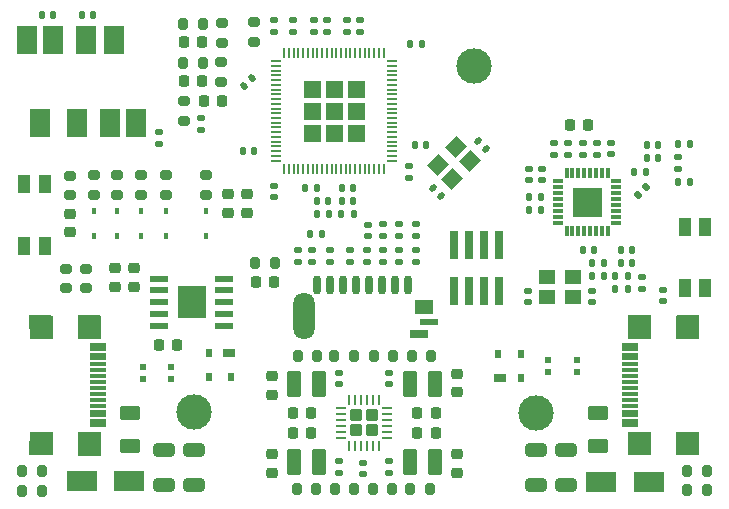
<source format=gbr>
G04 #@! TF.GenerationSoftware,KiCad,Pcbnew,(6.0.11)*
G04 #@! TF.CreationDate,2023-11-25T18:09:57+08:00*
G04 #@! TF.ProjectId,F1c200s_XhtCore,46316332-3030-4735-9f58-6874436f7265,rev?*
G04 #@! TF.SameCoordinates,Original*
G04 #@! TF.FileFunction,Paste,Top*
G04 #@! TF.FilePolarity,Positive*
%FSLAX46Y46*%
G04 Gerber Fmt 4.6, Leading zero omitted, Abs format (unit mm)*
G04 Created by KiCad (PCBNEW (6.0.11)) date 2023-11-25 18:09:57*
%MOMM*%
%LPD*%
G01*
G04 APERTURE LIST*
G04 Aperture macros list*
%AMRoundRect*
0 Rectangle with rounded corners*
0 $1 Rounding radius*
0 $2 $3 $4 $5 $6 $7 $8 $9 X,Y pos of 4 corners*
0 Add a 4 corners polygon primitive as box body*
4,1,4,$2,$3,$4,$5,$6,$7,$8,$9,$2,$3,0*
0 Add four circle primitives for the rounded corners*
1,1,$1+$1,$2,$3*
1,1,$1+$1,$4,$5*
1,1,$1+$1,$6,$7*
1,1,$1+$1,$8,$9*
0 Add four rect primitives between the rounded corners*
20,1,$1+$1,$2,$3,$4,$5,0*
20,1,$1+$1,$4,$5,$6,$7,0*
20,1,$1+$1,$6,$7,$8,$9,0*
20,1,$1+$1,$8,$9,$2,$3,0*%
%AMRotRect*
0 Rectangle, with rotation*
0 The origin of the aperture is its center*
0 $1 length*
0 $2 width*
0 $3 Rotation angle, in degrees counterclockwise*
0 Add horizontal line*
21,1,$1,$2,0,0,$3*%
G04 Aperture macros list end*
%ADD10C,0.120000*%
%ADD11C,0.010000*%
%ADD12R,0.600000X0.600000*%
%ADD13RoundRect,0.140000X-0.170000X0.140000X-0.170000X-0.140000X0.170000X-0.140000X0.170000X0.140000X0*%
%ADD14RoundRect,0.218750X-0.218750X-0.256250X0.218750X-0.256250X0.218750X0.256250X-0.218750X0.256250X0*%
%ADD15RoundRect,0.225000X0.225000X0.250000X-0.225000X0.250000X-0.225000X-0.250000X0.225000X-0.250000X0*%
%ADD16RoundRect,0.147500X0.172500X-0.147500X0.172500X0.147500X-0.172500X0.147500X-0.172500X-0.147500X0*%
%ADD17RoundRect,0.147500X-0.147500X-0.172500X0.147500X-0.172500X0.147500X0.172500X-0.147500X0.172500X0*%
%ADD18RoundRect,0.140000X-0.021213X0.219203X-0.219203X0.021213X0.021213X-0.219203X0.219203X-0.021213X0*%
%ADD19RoundRect,0.140000X-0.140000X-0.170000X0.140000X-0.170000X0.140000X0.170000X-0.140000X0.170000X0*%
%ADD20RoundRect,0.200000X0.200000X0.275000X-0.200000X0.275000X-0.200000X-0.275000X0.200000X-0.275000X0*%
%ADD21RoundRect,0.225000X-0.250000X0.225000X-0.250000X-0.225000X0.250000X-0.225000X0.250000X0.225000X0*%
%ADD22RoundRect,0.225000X0.250000X-0.225000X0.250000X0.225000X-0.250000X0.225000X-0.250000X-0.225000X0*%
%ADD23RoundRect,0.135000X-0.185000X0.135000X-0.185000X-0.135000X0.185000X-0.135000X0.185000X0.135000X0*%
%ADD24RoundRect,0.140000X0.140000X0.170000X-0.140000X0.170000X-0.140000X-0.170000X0.140000X-0.170000X0*%
%ADD25R,0.999998X1.550010*%
%ADD26RoundRect,0.250000X0.275000X-0.275000X0.275000X0.275000X-0.275000X0.275000X-0.275000X-0.275000X0*%
%ADD27RoundRect,0.062500X0.062500X-0.350000X0.062500X0.350000X-0.062500X0.350000X-0.062500X-0.350000X0*%
%ADD28RoundRect,0.062500X0.350000X-0.062500X0.350000X0.062500X-0.350000X0.062500X-0.350000X-0.062500X0*%
%ADD29RoundRect,0.200000X-0.275000X0.200000X-0.275000X-0.200000X0.275000X-0.200000X0.275000X0.200000X0*%
%ADD30C,3.000000*%
%ADD31RoundRect,0.140000X0.170000X-0.140000X0.170000X0.140000X-0.170000X0.140000X-0.170000X-0.140000X0*%
%ADD32O,0.700000X1.599997*%
%ADD33R,1.499997X0.500000*%
%ADD34R,1.499997X0.799998*%
%ADD35O,1.799971X3.999992*%
%ADD36R,1.650009X1.299997*%
%ADD37RoundRect,0.135000X0.135000X0.185000X-0.135000X0.185000X-0.135000X-0.185000X0.135000X-0.185000X0*%
%ADD38RoundRect,0.250000X0.650000X-0.325000X0.650000X0.325000X-0.650000X0.325000X-0.650000X-0.325000X0*%
%ADD39R,2.500000X1.800000*%
%ADD40RoundRect,0.250000X-0.625000X0.375000X-0.625000X-0.375000X0.625000X-0.375000X0.625000X0.375000X0*%
%ADD41R,1.400000X1.200000*%
%ADD42R,0.450000X0.600000*%
%ADD43RoundRect,0.200000X-0.200000X-0.275000X0.200000X-0.275000X0.200000X0.275000X-0.200000X0.275000X0*%
%ADD44RoundRect,0.147500X-0.172500X0.147500X-0.172500X-0.147500X0.172500X-0.147500X0.172500X0.147500X0*%
%ADD45R,1.000000X0.700000*%
%ADD46R,0.600000X0.700000*%
%ADD47RoundRect,0.250000X-0.375000X-0.850000X0.375000X-0.850000X0.375000X0.850000X-0.375000X0.850000X0*%
%ADD48RoundRect,0.140000X-0.219203X-0.021213X-0.021213X-0.219203X0.219203X0.021213X0.021213X0.219203X0*%
%ADD49RoundRect,0.225000X-0.225000X-0.250000X0.225000X-0.250000X0.225000X0.250000X-0.225000X0.250000X0*%
%ADD50R,0.740000X2.400000*%
%ADD51RotRect,1.400000X1.200000X45.000000*%
%ADD52RoundRect,0.135000X-0.135000X-0.185000X0.135000X-0.185000X0.135000X0.185000X-0.135000X0.185000X0*%
%ADD53RoundRect,0.200000X0.275000X-0.200000X0.275000X0.200000X-0.275000X0.200000X-0.275000X-0.200000X0*%
%ADD54RoundRect,0.135000X0.185000X-0.135000X0.185000X0.135000X-0.185000X0.135000X-0.185000X-0.135000X0*%
%ADD55RoundRect,0.140000X0.219203X0.021213X0.021213X0.219203X-0.219203X-0.021213X-0.021213X-0.219203X0*%
%ADD56R,1.499997X0.600000*%
%ADD57R,2.399995X2.799994*%
%ADD58R,1.405000X0.300000*%
%ADD59R,1.900000X1.200000*%
%ADD60R,1.850000X1.200000*%
%ADD61RoundRect,0.250000X0.375000X0.850000X-0.375000X0.850000X-0.375000X-0.850000X0.375000X-0.850000X0*%
%ADD62R,0.860000X0.220000*%
%ADD63R,0.220000X0.860000*%
%ADD64RoundRect,0.050000X0.800000X-1.150000X0.800000X1.150000X-0.800000X1.150000X-0.800000X-1.150000X0*%
%ADD65RoundRect,0.147500X-0.017678X0.226274X-0.226274X0.017678X0.017678X-0.226274X0.226274X-0.017678X0*%
%ADD66RoundRect,0.005400X0.394600X0.129600X-0.394600X0.129600X-0.394600X-0.129600X0.394600X-0.129600X0*%
%ADD67RoundRect,0.005400X-0.129600X0.394600X-0.129600X-0.394600X0.129600X-0.394600X0.129600X0.394600X0*%
%ADD68RoundRect,0.005400X-0.394600X-0.129600X0.394600X-0.129600X0.394600X0.129600X-0.394600X0.129600X0*%
%ADD69RoundRect,0.005400X0.129600X-0.394600X0.129600X0.394600X-0.129600X0.394600X-0.129600X-0.394600X0*%
G04 APERTURE END LIST*
D10*
G04 #@! TO.C,USB1*
X171750000Y-101050000D02*
X173600000Y-101050000D01*
X173600000Y-101050000D02*
X173600000Y-99150000D01*
X173600000Y-99150000D02*
X171750000Y-99150000D01*
X171750000Y-99150000D02*
X171750000Y-101050000D01*
G36*
X171750000Y-101050000D02*
G01*
X173600000Y-101050000D01*
X173600000Y-99150000D01*
X171750000Y-99150000D01*
X171750000Y-101050000D01*
G37*
X167650000Y-110850000D02*
X169500000Y-110850000D01*
X169500000Y-110850000D02*
X169500000Y-108950000D01*
X169500000Y-108950000D02*
X167650000Y-108950000D01*
X167650000Y-108950000D02*
X167650000Y-110850000D01*
G36*
X167650000Y-110850000D02*
G01*
X169500000Y-110850000D01*
X169500000Y-108950000D01*
X167650000Y-108950000D01*
X167650000Y-110850000D01*
G37*
X171750000Y-110850000D02*
X173600000Y-110850000D01*
X173600000Y-110850000D02*
X173600000Y-108950000D01*
X173600000Y-108950000D02*
X171750000Y-108950000D01*
X171750000Y-108950000D02*
X171750000Y-110850000D01*
G36*
X171750000Y-110850000D02*
G01*
X173600000Y-110850000D01*
X173600000Y-108950000D01*
X171750000Y-108950000D01*
X171750000Y-110850000D01*
G37*
X167650000Y-101000000D02*
X169500000Y-101000000D01*
X169500000Y-101000000D02*
X169500000Y-99100000D01*
X169500000Y-99100000D02*
X167650000Y-99100000D01*
X167650000Y-99100000D02*
X167650000Y-101000000D01*
G36*
X167650000Y-101000000D02*
G01*
X169500000Y-101000000D01*
X169500000Y-99100000D01*
X167650000Y-99100000D01*
X167650000Y-101000000D01*
G37*
G04 #@! TO.C,UNK4*
G36*
X143412500Y-82460000D02*
G01*
X142092500Y-82460000D01*
X142092500Y-81140000D01*
X143412500Y-81140000D01*
X143412500Y-82460000D01*
G37*
D11*
X143412500Y-82460000D02*
X142092500Y-82460000D01*
X142092500Y-81140000D01*
X143412500Y-81140000D01*
X143412500Y-82460000D01*
G36*
X141542500Y-84330000D02*
G01*
X140222500Y-84330000D01*
X140222500Y-83010000D01*
X141542500Y-83010000D01*
X141542500Y-84330000D01*
G37*
X141542500Y-84330000D02*
X140222500Y-84330000D01*
X140222500Y-83010000D01*
X141542500Y-83010000D01*
X141542500Y-84330000D01*
G36*
X145282500Y-80590000D02*
G01*
X143962500Y-80590000D01*
X143962500Y-79270000D01*
X145282500Y-79270000D01*
X145282500Y-80590000D01*
G37*
X145282500Y-80590000D02*
X143962500Y-80590000D01*
X143962500Y-79270000D01*
X145282500Y-79270000D01*
X145282500Y-80590000D01*
G36*
X141542500Y-80590000D02*
G01*
X140222500Y-80590000D01*
X140222500Y-79270000D01*
X141542500Y-79270000D01*
X141542500Y-80590000D01*
G37*
X141542500Y-80590000D02*
X140222500Y-80590000D01*
X140222500Y-79270000D01*
X141542500Y-79270000D01*
X141542500Y-80590000D01*
G36*
X143412500Y-80590000D02*
G01*
X142092500Y-80590000D01*
X142092500Y-79270000D01*
X143412500Y-79270000D01*
X143412500Y-80590000D01*
G37*
X143412500Y-80590000D02*
X142092500Y-80590000D01*
X142092500Y-79270000D01*
X143412500Y-79270000D01*
X143412500Y-80590000D01*
G36*
X141542500Y-82460000D02*
G01*
X140222500Y-82460000D01*
X140222500Y-81140000D01*
X141542500Y-81140000D01*
X141542500Y-82460000D01*
G37*
X141542500Y-82460000D02*
X140222500Y-82460000D01*
X140222500Y-81140000D01*
X141542500Y-81140000D01*
X141542500Y-82460000D01*
G36*
X145282500Y-82460000D02*
G01*
X143962500Y-82460000D01*
X143962500Y-81140000D01*
X145282500Y-81140000D01*
X145282500Y-82460000D01*
G37*
X145282500Y-82460000D02*
X143962500Y-82460000D01*
X143962500Y-81140000D01*
X145282500Y-81140000D01*
X145282500Y-82460000D01*
G36*
X143412500Y-84330000D02*
G01*
X142092500Y-84330000D01*
X142092500Y-83010000D01*
X143412500Y-83010000D01*
X143412500Y-84330000D01*
G37*
X143412500Y-84330000D02*
X142092500Y-84330000D01*
X142092500Y-83010000D01*
X143412500Y-83010000D01*
X143412500Y-84330000D01*
G36*
X145282500Y-84330000D02*
G01*
X143962500Y-84330000D01*
X143962500Y-83010000D01*
X145282500Y-83010000D01*
X145282500Y-84330000D01*
G37*
X145282500Y-84330000D02*
X143962500Y-84330000D01*
X143962500Y-83010000D01*
X145282500Y-83010000D01*
X145282500Y-84330000D01*
D10*
G04 #@! TO.C,USB2*
X118850000Y-99150000D02*
X117000000Y-99150000D01*
X117000000Y-99150000D02*
X117000000Y-101050000D01*
X117000000Y-101050000D02*
X118850000Y-101050000D01*
X118850000Y-101050000D02*
X118850000Y-99150000D01*
G36*
X118850000Y-99150000D02*
G01*
X117000000Y-99150000D01*
X117000000Y-101050000D01*
X118850000Y-101050000D01*
X118850000Y-99150000D01*
G37*
X122950000Y-109000000D02*
X121100000Y-109000000D01*
X121100000Y-109000000D02*
X121100000Y-110900000D01*
X121100000Y-110900000D02*
X122950000Y-110900000D01*
X122950000Y-110900000D02*
X122950000Y-109000000D01*
G36*
X122950000Y-109000000D02*
G01*
X121100000Y-109000000D01*
X121100000Y-110900000D01*
X122950000Y-110900000D01*
X122950000Y-109000000D01*
G37*
X122950000Y-99150000D02*
X121100000Y-99150000D01*
X121100000Y-99150000D02*
X121100000Y-101050000D01*
X121100000Y-101050000D02*
X122950000Y-101050000D01*
X122950000Y-101050000D02*
X122950000Y-99150000D01*
G36*
X122950000Y-99150000D02*
G01*
X121100000Y-99150000D01*
X121100000Y-101050000D01*
X122950000Y-101050000D01*
X122950000Y-99150000D01*
G37*
X118850000Y-108950000D02*
X117000000Y-108950000D01*
X117000000Y-108950000D02*
X117000000Y-110850000D01*
X117000000Y-110850000D02*
X118850000Y-110850000D01*
X118850000Y-110850000D02*
X118850000Y-108950000D01*
G36*
X118850000Y-108950000D02*
G01*
X117000000Y-108950000D01*
X117000000Y-110850000D01*
X118850000Y-110850000D01*
X118850000Y-108950000D01*
G37*
G04 #@! TO.C,U1*
G36*
X165372310Y-90670000D02*
G01*
X163030000Y-90670000D01*
X163030000Y-88327690D01*
X165372310Y-88327690D01*
X165372310Y-90670000D01*
G37*
D11*
X165372310Y-90670000D02*
X163030000Y-90670000D01*
X163030000Y-88327690D01*
X165372310Y-88327690D01*
X165372310Y-90670000D01*
G04 #@! TD*
D12*
G04 #@! TO.C,L4*
X126600104Y-103500001D03*
X128999896Y-103500001D03*
X128999896Y-104499999D03*
X126600104Y-104499999D03*
G04 #@! TD*
D13*
G04 #@! TO.C,C56*
X145250000Y-111620000D03*
X145250000Y-112580000D03*
G04 #@! TD*
D14*
G04 #@! TO.C,D8*
X162712500Y-83000000D03*
X164287500Y-83000000D03*
G04 #@! TD*
D15*
G04 #@! TO.C,C21*
X131575000Y-76000000D03*
X130025000Y-76000000D03*
G04 #@! TD*
D14*
G04 #@! TO.C,D14*
X136112500Y-96281250D03*
X137687500Y-96281250D03*
G04 #@! TD*
D16*
G04 #@! TO.C,D9*
X127900000Y-84585000D03*
X127900000Y-83615000D03*
G04 #@! TD*
D17*
G04 #@! TO.C,D7*
X121415000Y-73700000D03*
X122385000Y-73700000D03*
G04 #@! TD*
D15*
G04 #@! TO.C,C55*
X140800000Y-107400000D03*
X139250000Y-107400000D03*
G04 #@! TD*
D18*
G04 #@! TO.C,C17*
X135839411Y-79010589D03*
X135160589Y-79689411D03*
G04 #@! TD*
D19*
G04 #@! TO.C,C31*
X141320000Y-89400000D03*
X142280000Y-89400000D03*
G04 #@! TD*
D20*
G04 #@! TO.C,R47*
X131625000Y-74400000D03*
X129975000Y-74400000D03*
G04 #@! TD*
D21*
G04 #@! TO.C,C14*
X133800000Y-88850000D03*
X133800000Y-90400000D03*
G04 #@! TD*
D20*
G04 #@! TO.C,R21*
X118025000Y-112300000D03*
X116375000Y-112300000D03*
G04 #@! TD*
D22*
G04 #@! TO.C,C46*
X137550000Y-112425000D03*
X137550000Y-110875000D03*
G04 #@! TD*
D23*
G04 #@! TO.C,R41*
X149725000Y-91390000D03*
X149725000Y-92410000D03*
G04 #@! TD*
D24*
G04 #@! TO.C,C8*
X164780000Y-93600000D03*
X163820000Y-93600000D03*
G04 #@! TD*
D25*
G04 #@! TO.C,SW2*
X118250011Y-93199969D03*
X116549989Y-93199918D03*
X118250011Y-88000005D03*
X116549989Y-88000005D03*
G04 #@! TD*
D26*
G04 #@! TO.C,U3*
X144650000Y-108850000D03*
X145950000Y-107550000D03*
X145950000Y-108850000D03*
X144650000Y-107550000D03*
D27*
X144050000Y-110137500D03*
X144550000Y-110137500D03*
X145050000Y-110137500D03*
X145550000Y-110137500D03*
X146050000Y-110137500D03*
X146550000Y-110137500D03*
D28*
X147237500Y-109450000D03*
X147237500Y-108950000D03*
X147237500Y-108450000D03*
X147237500Y-107950000D03*
X147237500Y-107450000D03*
X147237500Y-106950000D03*
D27*
X146550000Y-106262500D03*
X146050000Y-106262500D03*
X145550000Y-106262500D03*
X145050000Y-106262500D03*
X144550000Y-106262500D03*
X144050000Y-106262500D03*
D28*
X143362500Y-106950000D03*
X143362500Y-107450000D03*
X143362500Y-107950000D03*
X143362500Y-108450000D03*
X143362500Y-108950000D03*
X143362500Y-109450000D03*
G04 #@! TD*
D29*
G04 #@! TO.C,R44*
X133300000Y-74375000D03*
X133300000Y-76025000D03*
G04 #@! TD*
D23*
G04 #@! TO.C,R43*
X139700000Y-93590000D03*
X139700000Y-94610000D03*
G04 #@! TD*
D15*
G04 #@! TO.C,C54*
X140800000Y-109100000D03*
X139250000Y-109100000D03*
G04 #@! TD*
D30*
G04 #@! TO.C,TP5*
X159900000Y-107400000D03*
G04 #@! TD*
D31*
G04 #@! TO.C,C48*
X147450000Y-104930000D03*
X147450000Y-103970000D03*
G04 #@! TD*
D32*
G04 #@! TO.C,J2*
X149030092Y-96549966D03*
X147930018Y-96549966D03*
X146830198Y-96549966D03*
X145730124Y-96549966D03*
X144630050Y-96549966D03*
X143529976Y-96549966D03*
X142430156Y-96549966D03*
X141330082Y-96549966D03*
D33*
X150769991Y-99659942D03*
D34*
X149980052Y-100650034D03*
D35*
X140230008Y-99149910D03*
D36*
X150410074Y-98410008D03*
G04 #@! TD*
D19*
G04 #@! TO.C,C2*
X167020000Y-93600000D03*
X167980000Y-93600000D03*
G04 #@! TD*
G04 #@! TO.C,C5*
X167020000Y-94700000D03*
X167980000Y-94700000D03*
G04 #@! TD*
D29*
G04 #@! TO.C,R2*
X128500000Y-87250000D03*
X128500000Y-88900000D03*
G04 #@! TD*
D23*
G04 #@! TO.C,R29*
X149100000Y-86490000D03*
X149100000Y-87510000D03*
G04 #@! TD*
D19*
G04 #@! TO.C,C42*
X149620000Y-84700000D03*
X150580000Y-84700000D03*
G04 #@! TD*
D37*
G04 #@! TO.C,R4*
X167610000Y-95800000D03*
X166590000Y-95800000D03*
G04 #@! TD*
D38*
G04 #@! TO.C,C28*
X159900000Y-113475000D03*
X159900000Y-110525000D03*
G04 #@! TD*
D39*
G04 #@! TO.C,D10*
X121400000Y-113100000D03*
X125400000Y-113100000D03*
G04 #@! TD*
D40*
G04 #@! TO.C,UNK2*
X165100000Y-107400000D03*
X165100000Y-110200000D03*
G04 #@! TD*
D29*
G04 #@! TO.C,R28*
X120400000Y-87275000D03*
X120400000Y-88925000D03*
G04 #@! TD*
D23*
G04 #@! TO.C,R31*
X146900000Y-91390000D03*
X146900000Y-92410000D03*
G04 #@! TD*
D40*
G04 #@! TO.C,UNK3*
X125500000Y-107400000D03*
X125500000Y-110200000D03*
G04 #@! TD*
D19*
G04 #@! TO.C,C3*
X169220000Y-84700000D03*
X170180000Y-84700000D03*
G04 #@! TD*
D41*
G04 #@! TO.C,Y1*
X160800000Y-97550000D03*
X163000000Y-97550000D03*
X163000000Y-95850000D03*
X160800000Y-95850000D03*
G04 #@! TD*
D42*
G04 #@! TO.C,D5*
X124400000Y-92350000D03*
X124400000Y-90250000D03*
G04 #@! TD*
D13*
G04 #@! TO.C,C30*
X145000000Y-74120000D03*
X145000000Y-75080000D03*
G04 #@! TD*
D42*
G04 #@! TO.C,D2*
X126400000Y-92350000D03*
X126400000Y-90250000D03*
G04 #@! TD*
D23*
G04 #@! TO.C,R48*
X131500000Y-82390000D03*
X131500000Y-83410000D03*
G04 #@! TD*
D38*
G04 #@! TO.C,C29*
X130900000Y-113475000D03*
X130900000Y-110525000D03*
G04 #@! TD*
D39*
G04 #@! TO.C,D11*
X169400000Y-113200000D03*
X165400000Y-113200000D03*
G04 #@! TD*
D43*
G04 #@! TO.C,R30*
X136075000Y-94681250D03*
X137725000Y-94681250D03*
G04 #@! TD*
D44*
G04 #@! TO.C,D16*
X148269876Y-93615000D03*
X148269876Y-94585000D03*
G04 #@! TD*
D20*
G04 #@! TO.C,R34*
X150875000Y-113850000D03*
X149225000Y-113850000D03*
G04 #@! TD*
D31*
G04 #@! TO.C,C11*
X159200000Y-97980000D03*
X159200000Y-97020000D03*
G04 #@! TD*
D30*
G04 #@! TO.C,TP1*
X154600000Y-78000000D03*
G04 #@! TD*
D31*
G04 #@! TO.C,C13*
X159300000Y-87680000D03*
X159300000Y-86720000D03*
G04 #@! TD*
G04 #@! TO.C,C33*
X143900000Y-75080000D03*
X143900000Y-74120000D03*
G04 #@! TD*
D23*
G04 #@! TO.C,R16*
X162600000Y-84480000D03*
X162600000Y-85500000D03*
G04 #@! TD*
D42*
G04 #@! TO.C,D1*
X128500000Y-92350000D03*
X128500000Y-90250000D03*
G04 #@! TD*
D45*
G04 #@! TO.C,D12*
X156850000Y-104400000D03*
D46*
X158550000Y-104400000D03*
X158550000Y-102400000D03*
X156650000Y-102400000D03*
G04 #@! TD*
D47*
G04 #@! TO.C,L8*
X139375000Y-104950000D03*
X141525000Y-104950000D03*
G04 #@! TD*
D12*
G04 #@! TO.C,L3*
X163299896Y-103899999D03*
X160900104Y-103899999D03*
X160900104Y-102900001D03*
X163299896Y-102900001D03*
G04 #@! TD*
D21*
G04 #@! TO.C,C35*
X120400000Y-90525000D03*
X120400000Y-92075000D03*
G04 #@! TD*
D15*
G04 #@! TO.C,C57*
X131575000Y-79300000D03*
X130025000Y-79300000D03*
G04 #@! TD*
D21*
G04 #@! TO.C,C44*
X153150000Y-104075000D03*
X153150000Y-105625000D03*
G04 #@! TD*
D42*
G04 #@! TO.C,D4*
X131900000Y-92350000D03*
X131900000Y-90250000D03*
G04 #@! TD*
D48*
G04 #@! TO.C,C37*
X154980589Y-84360589D03*
X155659411Y-85039411D03*
G04 #@! TD*
D49*
G04 #@! TO.C,C16*
X131725000Y-81000000D03*
X133275000Y-81000000D03*
G04 #@! TD*
D50*
G04 #@! TO.C,J1*
X152895000Y-97050000D03*
X152895000Y-93150000D03*
X154165000Y-97050000D03*
X154165000Y-93150000D03*
X155435000Y-97050000D03*
X155435000Y-93150000D03*
X156705000Y-97050000D03*
X156705000Y-93150000D03*
G04 #@! TD*
D43*
G04 #@! TO.C,R37*
X142825000Y-113850000D03*
X144475000Y-113850000D03*
G04 #@! TD*
D51*
G04 #@! TO.C,Y2*
X152743223Y-87578858D03*
X154298858Y-86023223D03*
X153096777Y-84821142D03*
X151541142Y-86376777D03*
G04 #@! TD*
D52*
G04 #@! TO.C,R9*
X159290000Y-90200000D03*
X160310000Y-90200000D03*
G04 #@! TD*
D13*
G04 #@! TO.C,C22*
X141100000Y-74120000D03*
X141100000Y-75080000D03*
G04 #@! TD*
D22*
G04 #@! TO.C,C41*
X125800000Y-96675000D03*
X125800000Y-95125000D03*
G04 #@! TD*
D53*
G04 #@! TO.C,R24*
X136000000Y-75925000D03*
X136000000Y-74275000D03*
G04 #@! TD*
D13*
G04 #@! TO.C,C43*
X145600000Y-91420000D03*
X145600000Y-92380000D03*
G04 #@! TD*
D44*
G04 #@! TO.C,D18*
X145569876Y-93615000D03*
X145569876Y-94585000D03*
G04 #@! TD*
D29*
G04 #@! TO.C,R7*
X124400000Y-87250000D03*
X124400000Y-88900000D03*
G04 #@! TD*
D13*
G04 #@! TO.C,C50*
X143150000Y-111470000D03*
X143150000Y-112430000D03*
G04 #@! TD*
D54*
G04 #@! TO.C,R14*
X165000000Y-85510000D03*
X165000000Y-84490000D03*
G04 #@! TD*
D23*
G04 #@! TO.C,R40*
X148300000Y-91390000D03*
X148300000Y-92410000D03*
G04 #@! TD*
D54*
G04 #@! TO.C,R10*
X161400000Y-85500000D03*
X161400000Y-84480000D03*
G04 #@! TD*
D17*
G04 #@! TO.C,L2*
X171915000Y-87800000D03*
X172885000Y-87800000D03*
G04 #@! TD*
D31*
G04 #@! TO.C,C51*
X143150000Y-104930000D03*
X143150000Y-103970000D03*
G04 #@! TD*
D45*
G04 #@! TO.C,D13*
X133850000Y-102300000D03*
D46*
X132150000Y-102300000D03*
X132150000Y-104300000D03*
X134050000Y-104300000D03*
G04 #@! TD*
D52*
G04 #@! TO.C,R8*
X159290000Y-89100000D03*
X160310000Y-89100000D03*
G04 #@! TD*
D13*
G04 #@! TO.C,C10*
X164600000Y-97020000D03*
X164600000Y-97980000D03*
G04 #@! TD*
D44*
G04 #@! TO.C,D19*
X144100000Y-93615000D03*
X144100000Y-94585000D03*
G04 #@! TD*
D43*
G04 #@! TO.C,R39*
X142775000Y-102550000D03*
X144425000Y-102550000D03*
G04 #@! TD*
G04 #@! TO.C,R36*
X139625000Y-113850000D03*
X141275000Y-113850000D03*
G04 #@! TD*
D19*
G04 #@! TO.C,C4*
X171920000Y-84600000D03*
X172880000Y-84600000D03*
G04 #@! TD*
D20*
G04 #@! TO.C,R32*
X150975000Y-102550000D03*
X149325000Y-102550000D03*
G04 #@! TD*
D43*
G04 #@! TO.C,R19*
X172675000Y-113900000D03*
X174325000Y-113900000D03*
G04 #@! TD*
D13*
G04 #@! TO.C,C49*
X147450000Y-111470000D03*
X147450000Y-112430000D03*
G04 #@! TD*
D19*
G04 #@! TO.C,C9*
X164620000Y-95800000D03*
X165580000Y-95800000D03*
G04 #@! TD*
D24*
G04 #@! TO.C,C24*
X141280000Y-88300000D03*
X140320000Y-88300000D03*
G04 #@! TD*
D54*
G04 #@! TO.C,R13*
X163800000Y-85500000D03*
X163800000Y-84480000D03*
G04 #@! TD*
D13*
G04 #@! TO.C,C6*
X171880000Y-85720000D03*
X171880000Y-86680000D03*
G04 #@! TD*
D31*
G04 #@! TO.C,C12*
X160400000Y-87680000D03*
X160400000Y-86720000D03*
G04 #@! TD*
D17*
G04 #@! TO.C,D6*
X118015000Y-73700000D03*
X118985000Y-73700000D03*
G04 #@! TD*
D55*
G04 #@! TO.C,C38*
X151859411Y-89039411D03*
X151180589Y-88360589D03*
G04 #@! TD*
D38*
G04 #@! TO.C,C27*
X128400000Y-113475000D03*
X128400000Y-110525000D03*
G04 #@! TD*
D56*
G04 #@! TO.C,U2*
X133449930Y-99999996D03*
X133449930Y-98999998D03*
X133449930Y-98000000D03*
X133449930Y-97000002D03*
X133449930Y-96000004D03*
X127950069Y-96000004D03*
X127950069Y-97000002D03*
X127950069Y-98000000D03*
X127950069Y-98999998D03*
X127950069Y-99999996D03*
D57*
X130700127Y-98000000D03*
G04 #@! TD*
D22*
G04 #@! TO.C,C45*
X153150000Y-112425000D03*
X153150000Y-110875000D03*
G04 #@! TD*
D25*
G04 #@! TO.C,SW1*
X172449989Y-91600031D03*
X174150011Y-91600082D03*
X172449989Y-96799995D03*
X174150011Y-96799995D03*
G04 #@! TD*
D49*
G04 #@! TO.C,C52*
X149825000Y-109100000D03*
X151375000Y-109100000D03*
G04 #@! TD*
G04 #@! TO.C,C53*
X149825000Y-107400000D03*
X151375000Y-107400000D03*
G04 #@! TD*
D31*
G04 #@! TO.C,C7*
X166200000Y-85480000D03*
X166200000Y-84520000D03*
G04 #@! TD*
D23*
G04 #@! TO.C,R25*
X139300000Y-74090000D03*
X139300000Y-75110000D03*
G04 #@! TD*
D54*
G04 #@! TO.C,R12*
X168800000Y-96910000D03*
X168800000Y-95890000D03*
G04 #@! TD*
D13*
G04 #@! TO.C,C19*
X137700000Y-88120000D03*
X137700000Y-89080000D03*
G04 #@! TD*
D58*
G04 #@! TO.C,USB1*
X167802500Y-108350000D03*
X167802500Y-107550000D03*
X167802500Y-106250000D03*
X167802500Y-105250000D03*
X167802500Y-104750000D03*
X167802500Y-103750000D03*
X167802500Y-102450000D03*
X167802500Y-101650000D03*
X167802500Y-101950000D03*
X167802500Y-102750000D03*
X167802500Y-103250000D03*
X167802500Y-104250000D03*
X167802500Y-105750000D03*
X167802500Y-106750000D03*
X167802500Y-107250000D03*
X167802500Y-108050000D03*
D59*
X168600000Y-99700000D03*
X172700000Y-99700000D03*
D60*
X172700000Y-110300000D03*
D59*
X168600000Y-110300000D03*
G04 #@! TD*
D61*
G04 #@! TO.C,L5*
X151325000Y-104950000D03*
X149175000Y-104950000D03*
G04 #@! TD*
D21*
G04 #@! TO.C,C47*
X137550000Y-104275000D03*
X137550000Y-105825000D03*
G04 #@! TD*
D20*
G04 #@! TO.C,R33*
X147775000Y-102550000D03*
X146125000Y-102550000D03*
G04 #@! TD*
D29*
G04 #@! TO.C,R23*
X120100000Y-95175000D03*
X120100000Y-96825000D03*
G04 #@! TD*
D52*
G04 #@! TO.C,R11*
X168190000Y-87000000D03*
X169210000Y-87000000D03*
G04 #@! TD*
D62*
G04 #@! TO.C,UNK4*
X137817500Y-77600000D03*
X137817500Y-78000000D03*
X137817500Y-78400000D03*
X137817500Y-78800000D03*
X137817500Y-79200000D03*
X137817500Y-79600000D03*
X137817500Y-80000000D03*
X137817500Y-80400000D03*
X137817500Y-80800000D03*
X137817500Y-81200000D03*
X137817500Y-81600000D03*
X137817500Y-82000000D03*
X137817500Y-82400000D03*
X137817500Y-82800000D03*
X137817500Y-83200000D03*
X137817500Y-83600000D03*
X137817500Y-84000000D03*
X137817500Y-84400000D03*
X137817500Y-84800000D03*
X137817500Y-85200000D03*
X137817500Y-85600000D03*
X137817500Y-86000000D03*
D63*
X138552500Y-86735000D03*
X138952500Y-86735000D03*
X139352500Y-86735000D03*
X139752500Y-86735000D03*
X140152500Y-86735000D03*
X140552500Y-86735000D03*
X140952500Y-86735000D03*
X141352500Y-86735000D03*
X141752500Y-86735000D03*
X142152500Y-86735000D03*
X142552500Y-86735000D03*
X142952500Y-86735000D03*
X143352500Y-86735000D03*
X143752500Y-86735000D03*
X144152500Y-86735000D03*
X144552500Y-86735000D03*
X144952500Y-86735000D03*
X145352500Y-86735000D03*
X145752500Y-86735000D03*
X146152500Y-86735000D03*
X146552500Y-86735000D03*
X146952500Y-86735000D03*
D62*
X147687500Y-86000000D03*
X147687500Y-85600000D03*
X147687500Y-85200000D03*
X147687500Y-84800000D03*
X147687500Y-84400000D03*
X147687500Y-84000000D03*
X147687500Y-83600000D03*
X147687500Y-83200000D03*
X147687500Y-82800000D03*
X147687500Y-82400000D03*
X147687500Y-82000000D03*
X147687500Y-81600000D03*
X147687500Y-81200000D03*
X147687500Y-80800000D03*
X147687500Y-80400000D03*
X147687500Y-80000000D03*
X147687500Y-79600000D03*
X147687500Y-79200000D03*
X147687500Y-78800000D03*
X147687500Y-78400000D03*
X147687500Y-78000000D03*
X147687500Y-77600000D03*
D63*
X146952500Y-76865000D03*
X146552500Y-76865000D03*
X146152500Y-76865000D03*
X145752500Y-76865000D03*
X145352500Y-76865000D03*
X144952500Y-76865000D03*
X144552500Y-76865000D03*
X144152500Y-76865000D03*
X143752500Y-76865000D03*
X143352500Y-76865000D03*
X142952500Y-76865000D03*
X142552500Y-76865000D03*
X142152500Y-76865000D03*
X141752500Y-76865000D03*
X141352500Y-76865000D03*
X140952500Y-76865000D03*
X140552500Y-76865000D03*
X140152500Y-76865000D03*
X139752500Y-76865000D03*
X139352500Y-76865000D03*
X138952500Y-76865000D03*
X138552500Y-76865000D03*
G04 #@! TD*
D20*
G04 #@! TO.C,R46*
X131625000Y-77700000D03*
X129975000Y-77700000D03*
G04 #@! TD*
D52*
G04 #@! TO.C,R1*
X164590000Y-94700000D03*
X165610000Y-94700000D03*
G04 #@! TD*
D20*
G04 #@! TO.C,R35*
X147675000Y-113850000D03*
X146025000Y-113850000D03*
G04 #@! TD*
D49*
G04 #@! TO.C,C39*
X127925000Y-101600000D03*
X129475000Y-101600000D03*
G04 #@! TD*
D13*
G04 #@! TO.C,C23*
X137700000Y-74120000D03*
X137700000Y-75080000D03*
G04 #@! TD*
D24*
G04 #@! TO.C,C18*
X135980000Y-85200000D03*
X135020000Y-85200000D03*
G04 #@! TD*
D43*
G04 #@! TO.C,R38*
X139675000Y-102550000D03*
X141325000Y-102550000D03*
G04 #@! TD*
D29*
G04 #@! TO.C,R22*
X121800000Y-95175000D03*
X121800000Y-96825000D03*
G04 #@! TD*
D42*
G04 #@! TO.C,D3*
X122400000Y-92350000D03*
X122400000Y-90250000D03*
G04 #@! TD*
D52*
G04 #@! TO.C,R42*
X140690000Y-92200000D03*
X141710000Y-92200000D03*
G04 #@! TD*
D43*
G04 #@! TO.C,R18*
X172675000Y-112300000D03*
X174325000Y-112300000D03*
G04 #@! TD*
D19*
G04 #@! TO.C,C32*
X143420000Y-89400000D03*
X144380000Y-89400000D03*
G04 #@! TD*
D52*
G04 #@! TO.C,R26*
X141290000Y-90500000D03*
X142310000Y-90500000D03*
G04 #@! TD*
G04 #@! TO.C,R27*
X143390000Y-90500000D03*
X144410000Y-90500000D03*
G04 #@! TD*
D44*
G04 #@! TO.C,D15*
X149669876Y-93615000D03*
X149669876Y-94585000D03*
G04 #@! TD*
D29*
G04 #@! TO.C,R5*
X122400000Y-87250000D03*
X122400000Y-88900000D03*
G04 #@! TD*
D31*
G04 #@! TO.C,C20*
X170600000Y-97880000D03*
X170600000Y-96920000D03*
G04 #@! TD*
D20*
G04 #@! TO.C,R20*
X118025000Y-114000000D03*
X116375000Y-114000000D03*
G04 #@! TD*
D29*
G04 #@! TO.C,R3*
X126400000Y-87250000D03*
X126400000Y-88900000D03*
G04 #@! TD*
D22*
G04 #@! TO.C,C40*
X124200000Y-96675000D03*
X124200000Y-95125000D03*
G04 #@! TD*
D64*
G04 #@! TO.C,CN1*
X117900000Y-82800000D03*
X116799900Y-75800000D03*
X121000100Y-82800000D03*
X119000100Y-75800000D03*
X123800100Y-82800000D03*
X121799900Y-75800000D03*
X124100100Y-75800000D03*
X126000100Y-82800000D03*
G04 #@! TD*
D52*
G04 #@! TO.C,R17*
X166590000Y-96900000D03*
X167610000Y-96900000D03*
G04 #@! TD*
D58*
G04 #@! TO.C,USB2*
X122797500Y-101650000D03*
X122797500Y-102450000D03*
X122797500Y-103750000D03*
X122797500Y-104750000D03*
X122797500Y-105250000D03*
X122797500Y-106250000D03*
X122797500Y-107550000D03*
X122797500Y-108350000D03*
X122797500Y-108050000D03*
X122797500Y-107250000D03*
X122797500Y-106750000D03*
X122797500Y-105750000D03*
X122797500Y-104250000D03*
X122797500Y-103250000D03*
X122797500Y-102750000D03*
X122797500Y-101950000D03*
D60*
X117900000Y-99700000D03*
D59*
X122000000Y-99700000D03*
X117900000Y-110300000D03*
X122000000Y-110300000D03*
G04 #@! TD*
D53*
G04 #@! TO.C,R15*
X130100000Y-82625000D03*
X130100000Y-80975000D03*
G04 #@! TD*
D19*
G04 #@! TO.C,C36*
X149220000Y-76100000D03*
X150180000Y-76100000D03*
G04 #@! TD*
D29*
G04 #@! TO.C,R6*
X131900000Y-87250000D03*
X131900000Y-88900000D03*
G04 #@! TD*
D30*
G04 #@! TO.C,TP6*
X130900000Y-107300000D03*
G04 #@! TD*
D47*
G04 #@! TO.C,L7*
X139375000Y-111550000D03*
X141525000Y-111550000D03*
G04 #@! TD*
D44*
G04 #@! TO.C,D21*
X140900000Y-93615000D03*
X140900000Y-94585000D03*
G04 #@! TD*
D65*
G04 #@! TO.C,L1*
X169142947Y-88257053D03*
X168457053Y-88942947D03*
G04 #@! TD*
D13*
G04 #@! TO.C,C26*
X142200000Y-74120000D03*
X142200000Y-75080000D03*
G04 #@! TD*
D19*
G04 #@! TO.C,C1*
X169220000Y-85800000D03*
X170180000Y-85800000D03*
G04 #@! TD*
D44*
G04 #@! TO.C,D17*
X146869876Y-93615000D03*
X146869876Y-94585000D03*
G04 #@! TD*
G04 #@! TO.C,D20*
X142400000Y-93615000D03*
X142400000Y-94585000D03*
G04 #@! TD*
D19*
G04 #@! TO.C,C34*
X143420000Y-88300000D03*
X144380000Y-88300000D03*
G04 #@! TD*
D29*
G04 #@! TO.C,R45*
X133200000Y-77675000D03*
X133200000Y-79325000D03*
G04 #@! TD*
D21*
G04 #@! TO.C,C15*
X135400000Y-88850000D03*
X135400000Y-90400000D03*
G04 #@! TD*
D66*
G04 #@! TO.C,U1*
X166650000Y-91250000D03*
X166650000Y-90750000D03*
X166650000Y-90250000D03*
X166650000Y-89750000D03*
X166650000Y-89250000D03*
X166650000Y-88750000D03*
X166650000Y-88250000D03*
X166650000Y-87750000D03*
D67*
X165950000Y-87050000D03*
X165450000Y-87050000D03*
X164950000Y-87050000D03*
X164450000Y-87050000D03*
X163950000Y-87050000D03*
X163450000Y-87050000D03*
X162950000Y-87050000D03*
X162450000Y-87050000D03*
D68*
X161750000Y-87750000D03*
X161750000Y-88250000D03*
X161750000Y-88750000D03*
X161750000Y-89250000D03*
X161750000Y-89750000D03*
X161750000Y-90250000D03*
X161750000Y-90750000D03*
X161750000Y-91250000D03*
D69*
X162450000Y-91950000D03*
X162950000Y-91950000D03*
X163450000Y-91950000D03*
X163950000Y-91950000D03*
X164450000Y-91950000D03*
X164950000Y-91950000D03*
X165450000Y-91950000D03*
X165950000Y-91950000D03*
G04 #@! TD*
D38*
G04 #@! TO.C,C25*
X162400000Y-113475000D03*
X162400000Y-110525000D03*
G04 #@! TD*
D61*
G04 #@! TO.C,L6*
X151325000Y-111550000D03*
X149175000Y-111550000D03*
G04 #@! TD*
M02*

</source>
